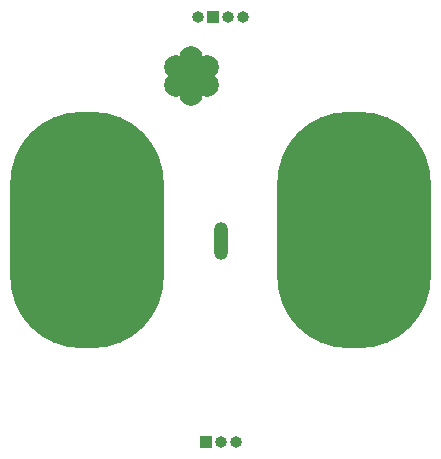
<source format=gbs>
%TF.GenerationSoftware,KiCad,Pcbnew,8.0.7*%
%TF.CreationDate,2024-12-04T21:33:05-06:00*%
%TF.ProjectId,b1,62312e6b-6963-4616-945f-706362585858,rev?*%
%TF.SameCoordinates,Original*%
%TF.FileFunction,Soldermask,Bot*%
%TF.FilePolarity,Negative*%
%FSLAX46Y46*%
G04 Gerber Fmt 4.6, Leading zero omitted, Abs format (unit mm)*
G04 Created by KiCad (PCBNEW 8.0.7) date 2024-12-04 21:33:05*
%MOMM*%
%LPD*%
G01*
G04 APERTURE LIST*
G04 Aperture macros list*
%AMRoundRect*
0 Rectangle with rounded corners*
0 $1 Rounding radius*
0 $2 $3 $4 $5 $6 $7 $8 $9 X,Y pos of 4 corners*
0 Add a 4 corners polygon primitive as box body*
4,1,4,$2,$3,$4,$5,$6,$7,$8,$9,$2,$3,0*
0 Add four circle primitives for the rounded corners*
1,1,$1+$1,$2,$3*
1,1,$1+$1,$4,$5*
1,1,$1+$1,$6,$7*
1,1,$1+$1,$8,$9*
0 Add four rect primitives between the rounded corners*
20,1,$1+$1,$2,$3,$4,$5,0*
20,1,$1+$1,$4,$5,$6,$7,0*
20,1,$1+$1,$6,$7,$8,$9,0*
20,1,$1+$1,$8,$9,$2,$3,0*%
G04 Aperture macros list end*
%ADD10O,1.000000X1.000000*%
%ADD11R,1.000000X1.000000*%
%ADD12C,2.000000*%
%ADD13O,1.200000X3.200000*%
%ADD14RoundRect,6.000000X0.500000X4.000000X-0.500000X4.000000X-0.500000X-4.000000X0.500000X-4.000000X0*%
G04 APERTURE END LIST*
D10*
%TO.C,J1*%
X48095000Y-32000000D03*
D11*
X49365000Y-32000000D03*
D10*
X50635000Y-32000000D03*
X51905000Y-32000000D03*
%TD*%
D12*
%TO.C,T51*%
X47500000Y-37000000D03*
%TD*%
%TO.C,T55*%
X46200961Y-37750000D03*
%TD*%
%TO.C,T53*%
X48799038Y-37750000D03*
%TD*%
%TO.C,T51*%
X47500000Y-35500000D03*
%TD*%
%TO.C,T56*%
X46200961Y-36250000D03*
%TD*%
%TO.C,T52*%
X48799038Y-36250000D03*
%TD*%
%TO.C,T54*%
X47500000Y-38500000D03*
%TD*%
D13*
%TO.C,T1*%
X50000000Y-51000000D03*
%TD*%
D11*
%TO.C,J2*%
X48730000Y-68000000D03*
D10*
X50000000Y-68000000D03*
X51270000Y-68000000D03*
%TD*%
D14*
%TO.C,S2*%
X61300000Y-50000000D03*
%TD*%
%TO.C,S1*%
X38700000Y-50000000D03*
%TD*%
M02*

</source>
